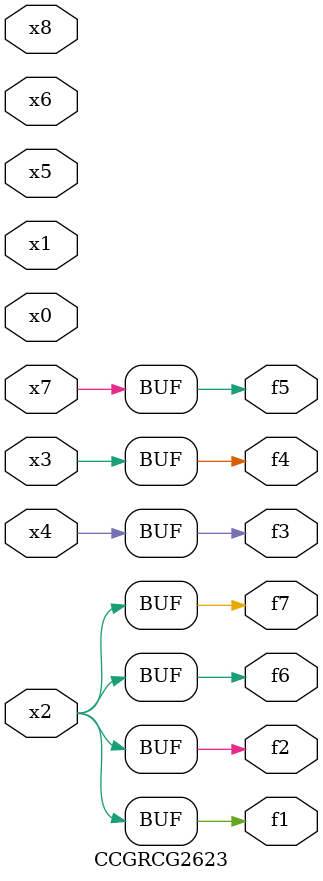
<source format=v>
module CCGRCG2623(
	input x0, x1, x2, x3, x4, x5, x6, x7, x8,
	output f1, f2, f3, f4, f5, f6, f7
);
	assign f1 = x2;
	assign f2 = x2;
	assign f3 = x4;
	assign f4 = x3;
	assign f5 = x7;
	assign f6 = x2;
	assign f7 = x2;
endmodule

</source>
